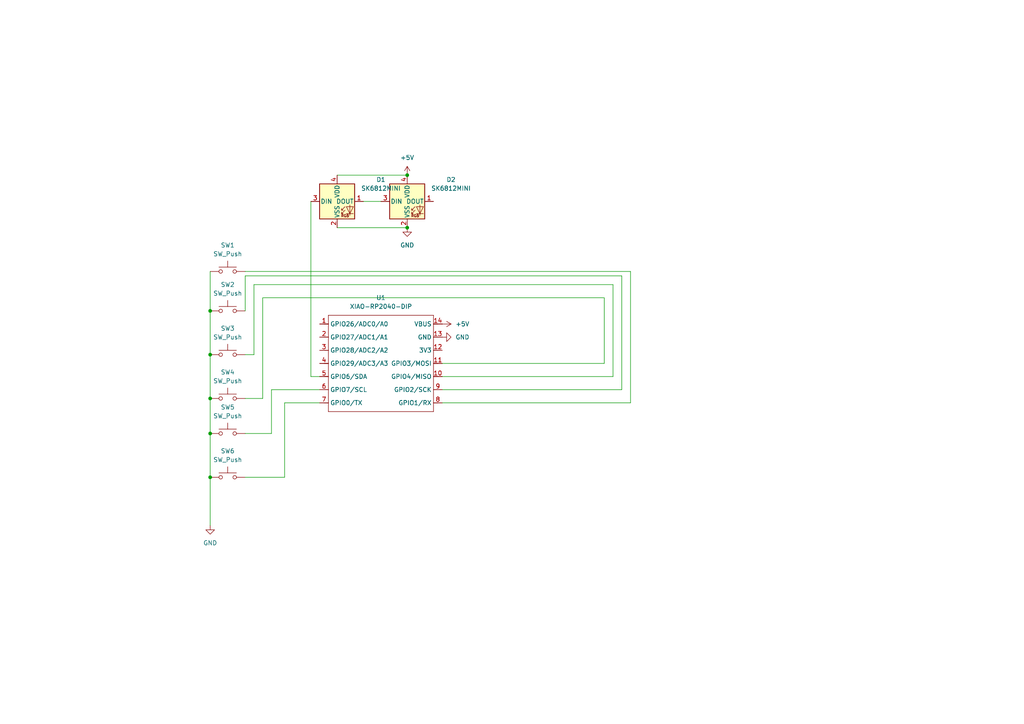
<source format=kicad_sch>
(kicad_sch
	(version 20231120)
	(generator "eeschema")
	(generator_version "8.0")
	(uuid "7e5971e1-0f6f-4a52-a6a0-7e096e16a535")
	(paper "A4")
	(lib_symbols
		(symbol "LED:SK6812MINI"
			(pin_names
				(offset 0.254)
			)
			(exclude_from_sim no)
			(in_bom yes)
			(on_board yes)
			(property "Reference" "D"
				(at 5.08 5.715 0)
				(effects
					(font
						(size 1.27 1.27)
					)
					(justify right bottom)
				)
			)
			(property "Value" "SK6812MINI"
				(at 1.27 -5.715 0)
				(effects
					(font
						(size 1.27 1.27)
					)
					(justify left top)
				)
			)
			(property "Footprint" "LED_SMD:LED_SK6812MINI_PLCC4_3.5x3.5mm_P1.75mm"
				(at 1.27 -7.62 0)
				(effects
					(font
						(size 1.27 1.27)
					)
					(justify left top)
					(hide yes)
				)
			)
			(property "Datasheet" "https://cdn-shop.adafruit.com/product-files/2686/SK6812MINI_REV.01-1-2.pdf"
				(at 2.54 -9.525 0)
				(effects
					(font
						(size 1.27 1.27)
					)
					(justify left top)
					(hide yes)
				)
			)
			(property "Description" "RGB LED with integrated controller"
				(at 0 0 0)
				(effects
					(font
						(size 1.27 1.27)
					)
					(hide yes)
				)
			)
			(property "ki_keywords" "RGB LED NeoPixel Mini addressable"
				(at 0 0 0)
				(effects
					(font
						(size 1.27 1.27)
					)
					(hide yes)
				)
			)
			(property "ki_fp_filters" "LED*SK6812MINI*PLCC*3.5x3.5mm*P1.75mm*"
				(at 0 0 0)
				(effects
					(font
						(size 1.27 1.27)
					)
					(hide yes)
				)
			)
			(symbol "SK6812MINI_0_0"
				(text "RGB"
					(at 2.286 -4.191 0)
					(effects
						(font
							(size 0.762 0.762)
						)
					)
				)
			)
			(symbol "SK6812MINI_0_1"
				(polyline
					(pts
						(xy 1.27 -3.556) (xy 1.778 -3.556)
					)
					(stroke
						(width 0)
						(type default)
					)
					(fill
						(type none)
					)
				)
				(polyline
					(pts
						(xy 1.27 -2.54) (xy 1.778 -2.54)
					)
					(stroke
						(width 0)
						(type default)
					)
					(fill
						(type none)
					)
				)
				(polyline
					(pts
						(xy 4.699 -3.556) (xy 2.667 -3.556)
					)
					(stroke
						(width 0)
						(type default)
					)
					(fill
						(type none)
					)
				)
				(polyline
					(pts
						(xy 2.286 -2.54) (xy 1.27 -3.556) (xy 1.27 -3.048)
					)
					(stroke
						(width 0)
						(type default)
					)
					(fill
						(type none)
					)
				)
				(polyline
					(pts
						(xy 2.286 -1.524) (xy 1.27 -2.54) (xy 1.27 -2.032)
					)
					(stroke
						(width 0)
						(type default)
					)
					(fill
						(type none)
					)
				)
				(polyline
					(pts
						(xy 3.683 -1.016) (xy 3.683 -3.556) (xy 3.683 -4.064)
					)
					(stroke
						(width 0)
						(type default)
					)
					(fill
						(type none)
					)
				)
				(polyline
					(pts
						(xy 4.699 -1.524) (xy 2.667 -1.524) (xy 3.683 -3.556) (xy 4.699 -1.524)
					)
					(stroke
						(width 0)
						(type default)
					)
					(fill
						(type none)
					)
				)
				(rectangle
					(start 5.08 5.08)
					(end -5.08 -5.08)
					(stroke
						(width 0.254)
						(type default)
					)
					(fill
						(type background)
					)
				)
			)
			(symbol "SK6812MINI_1_1"
				(pin output line
					(at 7.62 0 180)
					(length 2.54)
					(name "DOUT"
						(effects
							(font
								(size 1.27 1.27)
							)
						)
					)
					(number "1"
						(effects
							(font
								(size 1.27 1.27)
							)
						)
					)
				)
				(pin power_in line
					(at 0 -7.62 90)
					(length 2.54)
					(name "VSS"
						(effects
							(font
								(size 1.27 1.27)
							)
						)
					)
					(number "2"
						(effects
							(font
								(size 1.27 1.27)
							)
						)
					)
				)
				(pin input line
					(at -7.62 0 0)
					(length 2.54)
					(name "DIN"
						(effects
							(font
								(size 1.27 1.27)
							)
						)
					)
					(number "3"
						(effects
							(font
								(size 1.27 1.27)
							)
						)
					)
				)
				(pin power_in line
					(at 0 7.62 270)
					(length 2.54)
					(name "VDD"
						(effects
							(font
								(size 1.27 1.27)
							)
						)
					)
					(number "4"
						(effects
							(font
								(size 1.27 1.27)
							)
						)
					)
				)
			)
		)
		(symbol "OPL:XIAO-RP2040-DIP"
			(exclude_from_sim no)
			(in_bom yes)
			(on_board yes)
			(property "Reference" "U"
				(at 0 0 0)
				(effects
					(font
						(size 1.27 1.27)
					)
				)
			)
			(property "Value" "XIAO-RP2040-DIP"
				(at 5.334 -1.778 0)
				(effects
					(font
						(size 1.27 1.27)
					)
				)
			)
			(property "Footprint" "Module:MOUDLE14P-XIAO-DIP-SMD"
				(at 14.478 -32.258 0)
				(effects
					(font
						(size 1.27 1.27)
					)
					(hide yes)
				)
			)
			(property "Datasheet" ""
				(at 0 0 0)
				(effects
					(font
						(size 1.27 1.27)
					)
					(hide yes)
				)
			)
			(property "Description" ""
				(at 0 0 0)
				(effects
					(font
						(size 1.27 1.27)
					)
					(hide yes)
				)
			)
			(symbol "XIAO-RP2040-DIP_1_0"
				(polyline
					(pts
						(xy -1.27 -30.48) (xy -1.27 -16.51)
					)
					(stroke
						(width 0.1524)
						(type solid)
					)
					(fill
						(type none)
					)
				)
				(polyline
					(pts
						(xy -1.27 -27.94) (xy -2.54 -27.94)
					)
					(stroke
						(width 0.1524)
						(type solid)
					)
					(fill
						(type none)
					)
				)
				(polyline
					(pts
						(xy -1.27 -24.13) (xy -2.54 -24.13)
					)
					(stroke
						(width 0.1524)
						(type solid)
					)
					(fill
						(type none)
					)
				)
				(polyline
					(pts
						(xy -1.27 -20.32) (xy -2.54 -20.32)
					)
					(stroke
						(width 0.1524)
						(type solid)
					)
					(fill
						(type none)
					)
				)
				(polyline
					(pts
						(xy -1.27 -16.51) (xy -2.54 -16.51)
					)
					(stroke
						(width 0.1524)
						(type solid)
					)
					(fill
						(type none)
					)
				)
				(polyline
					(pts
						(xy -1.27 -16.51) (xy -1.27 -12.7)
					)
					(stroke
						(width 0.1524)
						(type solid)
					)
					(fill
						(type none)
					)
				)
				(polyline
					(pts
						(xy -1.27 -12.7) (xy -2.54 -12.7)
					)
					(stroke
						(width 0.1524)
						(type solid)
					)
					(fill
						(type none)
					)
				)
				(polyline
					(pts
						(xy -1.27 -12.7) (xy -1.27 -8.89)
					)
					(stroke
						(width 0.1524)
						(type solid)
					)
					(fill
						(type none)
					)
				)
				(polyline
					(pts
						(xy -1.27 -8.89) (xy -2.54 -8.89)
					)
					(stroke
						(width 0.1524)
						(type solid)
					)
					(fill
						(type none)
					)
				)
				(polyline
					(pts
						(xy -1.27 -8.89) (xy -1.27 -5.08)
					)
					(stroke
						(width 0.1524)
						(type solid)
					)
					(fill
						(type none)
					)
				)
				(polyline
					(pts
						(xy -1.27 -5.08) (xy -2.54 -5.08)
					)
					(stroke
						(width 0.1524)
						(type solid)
					)
					(fill
						(type none)
					)
				)
				(polyline
					(pts
						(xy -1.27 -5.08) (xy -1.27 -2.54)
					)
					(stroke
						(width 0.1524)
						(type solid)
					)
					(fill
						(type none)
					)
				)
				(polyline
					(pts
						(xy -1.27 -2.54) (xy 29.21 -2.54)
					)
					(stroke
						(width 0.1524)
						(type solid)
					)
					(fill
						(type none)
					)
				)
				(polyline
					(pts
						(xy 29.21 -30.48) (xy -1.27 -30.48)
					)
					(stroke
						(width 0.1524)
						(type solid)
					)
					(fill
						(type none)
					)
				)
				(polyline
					(pts
						(xy 29.21 -12.7) (xy 29.21 -30.48)
					)
					(stroke
						(width 0.1524)
						(type solid)
					)
					(fill
						(type none)
					)
				)
				(polyline
					(pts
						(xy 29.21 -8.89) (xy 29.21 -12.7)
					)
					(stroke
						(width 0.1524)
						(type solid)
					)
					(fill
						(type none)
					)
				)
				(polyline
					(pts
						(xy 29.21 -5.08) (xy 29.21 -8.89)
					)
					(stroke
						(width 0.1524)
						(type solid)
					)
					(fill
						(type none)
					)
				)
				(polyline
					(pts
						(xy 29.21 -2.54) (xy 29.21 -5.08)
					)
					(stroke
						(width 0.1524)
						(type solid)
					)
					(fill
						(type none)
					)
				)
				(polyline
					(pts
						(xy 30.48 -27.94) (xy 29.21 -27.94)
					)
					(stroke
						(width 0.1524)
						(type solid)
					)
					(fill
						(type none)
					)
				)
				(polyline
					(pts
						(xy 30.48 -24.13) (xy 29.21 -24.13)
					)
					(stroke
						(width 0.1524)
						(type solid)
					)
					(fill
						(type none)
					)
				)
				(polyline
					(pts
						(xy 30.48 -20.32) (xy 29.21 -20.32)
					)
					(stroke
						(width 0.1524)
						(type solid)
					)
					(fill
						(type none)
					)
				)
				(polyline
					(pts
						(xy 30.48 -16.51) (xy 29.21 -16.51)
					)
					(stroke
						(width 0.1524)
						(type solid)
					)
					(fill
						(type none)
					)
				)
				(polyline
					(pts
						(xy 30.48 -12.7) (xy 29.21 -12.7)
					)
					(stroke
						(width 0.1524)
						(type solid)
					)
					(fill
						(type none)
					)
				)
				(polyline
					(pts
						(xy 30.48 -8.89) (xy 29.21 -8.89)
					)
					(stroke
						(width 0.1524)
						(type solid)
					)
					(fill
						(type none)
					)
				)
				(polyline
					(pts
						(xy 30.48 -5.08) (xy 29.21 -5.08)
					)
					(stroke
						(width 0.1524)
						(type solid)
					)
					(fill
						(type none)
					)
				)
				(pin passive line
					(at -3.81 -5.08 0)
					(length 2.54)
					(name "GPIO26/ADC0/A0"
						(effects
							(font
								(size 1.27 1.27)
							)
						)
					)
					(number "1"
						(effects
							(font
								(size 1.27 1.27)
							)
						)
					)
				)
				(pin passive line
					(at 31.75 -20.32 180)
					(length 2.54)
					(name "GPIO4/MISO"
						(effects
							(font
								(size 1.27 1.27)
							)
						)
					)
					(number "10"
						(effects
							(font
								(size 1.27 1.27)
							)
						)
					)
				)
				(pin passive line
					(at 31.75 -16.51 180)
					(length 2.54)
					(name "GPIO3/MOSI"
						(effects
							(font
								(size 1.27 1.27)
							)
						)
					)
					(number "11"
						(effects
							(font
								(size 1.27 1.27)
							)
						)
					)
				)
				(pin passive line
					(at 31.75 -12.7 180)
					(length 2.54)
					(name "3V3"
						(effects
							(font
								(size 1.27 1.27)
							)
						)
					)
					(number "12"
						(effects
							(font
								(size 1.27 1.27)
							)
						)
					)
				)
				(pin passive line
					(at 31.75 -8.89 180)
					(length 2.54)
					(name "GND"
						(effects
							(font
								(size 1.27 1.27)
							)
						)
					)
					(number "13"
						(effects
							(font
								(size 1.27 1.27)
							)
						)
					)
				)
				(pin passive line
					(at 31.75 -5.08 180)
					(length 2.54)
					(name "VBUS"
						(effects
							(font
								(size 1.27 1.27)
							)
						)
					)
					(number "14"
						(effects
							(font
								(size 1.27 1.27)
							)
						)
					)
				)
				(pin passive line
					(at -3.81 -8.89 0)
					(length 2.54)
					(name "GPIO27/ADC1/A1"
						(effects
							(font
								(size 1.27 1.27)
							)
						)
					)
					(number "2"
						(effects
							(font
								(size 1.27 1.27)
							)
						)
					)
				)
				(pin passive line
					(at -3.81 -12.7 0)
					(length 2.54)
					(name "GPIO28/ADC2/A2"
						(effects
							(font
								(size 1.27 1.27)
							)
						)
					)
					(number "3"
						(effects
							(font
								(size 1.27 1.27)
							)
						)
					)
				)
				(pin passive line
					(at -3.81 -16.51 0)
					(length 2.54)
					(name "GPIO29/ADC3/A3"
						(effects
							(font
								(size 1.27 1.27)
							)
						)
					)
					(number "4"
						(effects
							(font
								(size 1.27 1.27)
							)
						)
					)
				)
				(pin passive line
					(at -3.81 -20.32 0)
					(length 2.54)
					(name "GPIO6/SDA"
						(effects
							(font
								(size 1.27 1.27)
							)
						)
					)
					(number "5"
						(effects
							(font
								(size 1.27 1.27)
							)
						)
					)
				)
				(pin passive line
					(at -3.81 -24.13 0)
					(length 2.54)
					(name "GPIO7/SCL"
						(effects
							(font
								(size 1.27 1.27)
							)
						)
					)
					(number "6"
						(effects
							(font
								(size 1.27 1.27)
							)
						)
					)
				)
				(pin passive line
					(at -3.81 -27.94 0)
					(length 2.54)
					(name "GPIO0/TX"
						(effects
							(font
								(size 1.27 1.27)
							)
						)
					)
					(number "7"
						(effects
							(font
								(size 1.27 1.27)
							)
						)
					)
				)
				(pin passive line
					(at 31.75 -27.94 180)
					(length 2.54)
					(name "GPIO1/RX"
						(effects
							(font
								(size 1.27 1.27)
							)
						)
					)
					(number "8"
						(effects
							(font
								(size 1.27 1.27)
							)
						)
					)
				)
				(pin passive line
					(at 31.75 -24.13 180)
					(length 2.54)
					(name "GPIO2/SCK"
						(effects
							(font
								(size 1.27 1.27)
							)
						)
					)
					(number "9"
						(effects
							(font
								(size 1.27 1.27)
							)
						)
					)
				)
			)
		)
		(symbol "Switch:SW_Push"
			(pin_numbers hide)
			(pin_names
				(offset 1.016) hide)
			(exclude_from_sim no)
			(in_bom yes)
			(on_board yes)
			(property "Reference" "SW"
				(at 1.27 2.54 0)
				(effects
					(font
						(size 1.27 1.27)
					)
					(justify left)
				)
			)
			(property "Value" "SW_Push"
				(at 0 -1.524 0)
				(effects
					(font
						(size 1.27 1.27)
					)
				)
			)
			(property "Footprint" ""
				(at 0 5.08 0)
				(effects
					(font
						(size 1.27 1.27)
					)
					(hide yes)
				)
			)
			(property "Datasheet" "~"
				(at 0 5.08 0)
				(effects
					(font
						(size 1.27 1.27)
					)
					(hide yes)
				)
			)
			(property "Description" "Push button switch, generic, two pins"
				(at 0 0 0)
				(effects
					(font
						(size 1.27 1.27)
					)
					(hide yes)
				)
			)
			(property "ki_keywords" "switch normally-open pushbutton push-button"
				(at 0 0 0)
				(effects
					(font
						(size 1.27 1.27)
					)
					(hide yes)
				)
			)
			(symbol "SW_Push_0_1"
				(circle
					(center -2.032 0)
					(radius 0.508)
					(stroke
						(width 0)
						(type default)
					)
					(fill
						(type none)
					)
				)
				(polyline
					(pts
						(xy 0 1.27) (xy 0 3.048)
					)
					(stroke
						(width 0)
						(type default)
					)
					(fill
						(type none)
					)
				)
				(polyline
					(pts
						(xy 2.54 1.27) (xy -2.54 1.27)
					)
					(stroke
						(width 0)
						(type default)
					)
					(fill
						(type none)
					)
				)
				(circle
					(center 2.032 0)
					(radius 0.508)
					(stroke
						(width 0)
						(type default)
					)
					(fill
						(type none)
					)
				)
				(pin passive line
					(at -5.08 0 0)
					(length 2.54)
					(name "1"
						(effects
							(font
								(size 1.27 1.27)
							)
						)
					)
					(number "1"
						(effects
							(font
								(size 1.27 1.27)
							)
						)
					)
				)
				(pin passive line
					(at 5.08 0 180)
					(length 2.54)
					(name "2"
						(effects
							(font
								(size 1.27 1.27)
							)
						)
					)
					(number "2"
						(effects
							(font
								(size 1.27 1.27)
							)
						)
					)
				)
			)
		)
		(symbol "power:+5V"
			(power)
			(pin_numbers hide)
			(pin_names
				(offset 0) hide)
			(exclude_from_sim no)
			(in_bom yes)
			(on_board yes)
			(property "Reference" "#PWR"
				(at 0 -3.81 0)
				(effects
					(font
						(size 1.27 1.27)
					)
					(hide yes)
				)
			)
			(property "Value" "+5V"
				(at 0 3.556 0)
				(effects
					(font
						(size 1.27 1.27)
					)
				)
			)
			(property "Footprint" ""
				(at 0 0 0)
				(effects
					(font
						(size 1.27 1.27)
					)
					(hide yes)
				)
			)
			(property "Datasheet" ""
				(at 0 0 0)
				(effects
					(font
						(size 1.27 1.27)
					)
					(hide yes)
				)
			)
			(property "Description" "Power symbol creates a global label with name \"+5V\""
				(at 0 0 0)
				(effects
					(font
						(size 1.27 1.27)
					)
					(hide yes)
				)
			)
			(property "ki_keywords" "global power"
				(at 0 0 0)
				(effects
					(font
						(size 1.27 1.27)
					)
					(hide yes)
				)
			)
			(symbol "+5V_0_1"
				(polyline
					(pts
						(xy -0.762 1.27) (xy 0 2.54)
					)
					(stroke
						(width 0)
						(type default)
					)
					(fill
						(type none)
					)
				)
				(polyline
					(pts
						(xy 0 0) (xy 0 2.54)
					)
					(stroke
						(width 0)
						(type default)
					)
					(fill
						(type none)
					)
				)
				(polyline
					(pts
						(xy 0 2.54) (xy 0.762 1.27)
					)
					(stroke
						(width 0)
						(type default)
					)
					(fill
						(type none)
					)
				)
			)
			(symbol "+5V_1_1"
				(pin power_in line
					(at 0 0 90)
					(length 0)
					(name "~"
						(effects
							(font
								(size 1.27 1.27)
							)
						)
					)
					(number "1"
						(effects
							(font
								(size 1.27 1.27)
							)
						)
					)
				)
			)
		)
		(symbol "power:GND"
			(power)
			(pin_numbers hide)
			(pin_names
				(offset 0) hide)
			(exclude_from_sim no)
			(in_bom yes)
			(on_board yes)
			(property "Reference" "#PWR"
				(at 0 -6.35 0)
				(effects
					(font
						(size 1.27 1.27)
					)
					(hide yes)
				)
			)
			(property "Value" "GND"
				(at 0 -3.81 0)
				(effects
					(font
						(size 1.27 1.27)
					)
				)
			)
			(property "Footprint" ""
				(at 0 0 0)
				(effects
					(font
						(size 1.27 1.27)
					)
					(hide yes)
				)
			)
			(property "Datasheet" ""
				(at 0 0 0)
				(effects
					(font
						(size 1.27 1.27)
					)
					(hide yes)
				)
			)
			(property "Description" "Power symbol creates a global label with name \"GND\" , ground"
				(at 0 0 0)
				(effects
					(font
						(size 1.27 1.27)
					)
					(hide yes)
				)
			)
			(property "ki_keywords" "global power"
				(at 0 0 0)
				(effects
					(font
						(size 1.27 1.27)
					)
					(hide yes)
				)
			)
			(symbol "GND_0_1"
				(polyline
					(pts
						(xy 0 0) (xy 0 -1.27) (xy 1.27 -1.27) (xy 0 -2.54) (xy -1.27 -1.27) (xy 0 -1.27)
					)
					(stroke
						(width 0)
						(type default)
					)
					(fill
						(type none)
					)
				)
			)
			(symbol "GND_1_1"
				(pin power_in line
					(at 0 0 270)
					(length 0)
					(name "~"
						(effects
							(font
								(size 1.27 1.27)
							)
						)
					)
					(number "1"
						(effects
							(font
								(size 1.27 1.27)
							)
						)
					)
				)
			)
		)
	)
	(junction
		(at 60.96 90.17)
		(diameter 0)
		(color 0 0 0 0)
		(uuid "0530dd91-71b8-4dc6-8242-f39ea201ed24")
	)
	(junction
		(at 60.96 115.57)
		(diameter 0)
		(color 0 0 0 0)
		(uuid "3807a54b-1ab0-4689-b2c6-bb6108004537")
	)
	(junction
		(at 118.11 50.8)
		(diameter 0)
		(color 0 0 0 0)
		(uuid "90031e89-f793-487d-a9a4-f2a2a23b0029")
	)
	(junction
		(at 60.96 125.73)
		(diameter 0)
		(color 0 0 0 0)
		(uuid "99bd344e-fc1e-48d4-839c-b8b404d85ef7")
	)
	(junction
		(at 118.11 66.04)
		(diameter 0)
		(color 0 0 0 0)
		(uuid "9c71672d-a29f-4e03-8111-b140ab662712")
	)
	(junction
		(at 60.96 138.43)
		(diameter 0)
		(color 0 0 0 0)
		(uuid "d6f187fa-4acc-45b5-9d89-72f2eebbb7d4")
	)
	(junction
		(at 60.96 102.87)
		(diameter 0)
		(color 0 0 0 0)
		(uuid "d7948b31-48a4-4216-b536-ea1499942877")
	)
	(wire
		(pts
			(xy 71.12 138.43) (xy 82.55 138.43)
		)
		(stroke
			(width 0)
			(type default)
		)
		(uuid "01bd1643-6116-45a8-9b29-991518bbebe5")
	)
	(wire
		(pts
			(xy 82.55 116.84) (xy 92.71 116.84)
		)
		(stroke
			(width 0)
			(type default)
		)
		(uuid "062705e6-065d-45a2-a2df-508421817624")
	)
	(wire
		(pts
			(xy 175.26 105.41) (xy 128.27 105.41)
		)
		(stroke
			(width 0)
			(type default)
		)
		(uuid "0951d850-cfd7-4c50-a936-e024e4a24012")
	)
	(wire
		(pts
			(xy 60.96 115.57) (xy 60.96 125.73)
		)
		(stroke
			(width 0)
			(type default)
		)
		(uuid "0fcf38bb-4c01-4e83-82ff-007a24a3ac52")
	)
	(wire
		(pts
			(xy 76.2 115.57) (xy 76.2 86.36)
		)
		(stroke
			(width 0)
			(type default)
		)
		(uuid "109c1c93-7c0b-4b31-bf56-12775b883cc0")
	)
	(wire
		(pts
			(xy 71.12 78.74) (xy 182.88 78.74)
		)
		(stroke
			(width 0)
			(type default)
		)
		(uuid "177228c1-8629-4e2f-ae5a-e520cfda639b")
	)
	(wire
		(pts
			(xy 73.66 102.87) (xy 73.66 82.55)
		)
		(stroke
			(width 0)
			(type default)
		)
		(uuid "1ae74229-aeb8-4f21-a204-fd14d04c7352")
	)
	(wire
		(pts
			(xy 71.12 90.17) (xy 71.12 80.01)
		)
		(stroke
			(width 0)
			(type default)
		)
		(uuid "1b7b8cef-03d2-47d4-acf8-27b076b329d2")
	)
	(wire
		(pts
			(xy 97.79 50.8) (xy 118.11 50.8)
		)
		(stroke
			(width 0)
			(type default)
		)
		(uuid "1f7c5459-5463-4ddd-bea3-f491e4d03b63")
	)
	(wire
		(pts
			(xy 177.8 82.55) (xy 177.8 109.22)
		)
		(stroke
			(width 0)
			(type default)
		)
		(uuid "277e384f-024a-4e14-a64e-1b560b1faa84")
	)
	(wire
		(pts
			(xy 90.17 109.22) (xy 90.17 58.42)
		)
		(stroke
			(width 0)
			(type default)
		)
		(uuid "3b832ff0-31ef-40bb-b83c-4e2c4e983574")
	)
	(wire
		(pts
			(xy 60.96 125.73) (xy 60.96 138.43)
		)
		(stroke
			(width 0)
			(type default)
		)
		(uuid "462c3803-424e-47dd-89a0-b9961625bb2d")
	)
	(wire
		(pts
			(xy 78.74 125.73) (xy 78.74 113.03)
		)
		(stroke
			(width 0)
			(type default)
		)
		(uuid "4b9c80ab-ef3c-40af-a165-ae198f07b68b")
	)
	(wire
		(pts
			(xy 128.27 109.22) (xy 177.8 109.22)
		)
		(stroke
			(width 0)
			(type default)
		)
		(uuid "4efe5a03-dc2c-46fc-afe9-b5c58d574315")
	)
	(wire
		(pts
			(xy 105.41 58.42) (xy 110.49 58.42)
		)
		(stroke
			(width 0)
			(type default)
		)
		(uuid "5c2627c7-8c11-47bc-8056-c66595845a03")
	)
	(wire
		(pts
			(xy 180.34 113.03) (xy 128.27 113.03)
		)
		(stroke
			(width 0)
			(type default)
		)
		(uuid "680b6f8a-8dd6-48c4-8252-dff136cde76f")
	)
	(wire
		(pts
			(xy 182.88 116.84) (xy 128.27 116.84)
		)
		(stroke
			(width 0)
			(type default)
		)
		(uuid "6c522254-53bc-49e0-a2f9-2df0aada7f5f")
	)
	(wire
		(pts
			(xy 92.71 109.22) (xy 90.17 109.22)
		)
		(stroke
			(width 0)
			(type default)
		)
		(uuid "72bb4d0f-6277-4c00-9b27-0c6863a370f0")
	)
	(wire
		(pts
			(xy 182.88 78.74) (xy 182.88 116.84)
		)
		(stroke
			(width 0)
			(type default)
		)
		(uuid "82b11aeb-f2c2-44a4-aa3f-c899604a9e2e")
	)
	(wire
		(pts
			(xy 60.96 102.87) (xy 60.96 115.57)
		)
		(stroke
			(width 0)
			(type default)
		)
		(uuid "834d1a00-17bc-4d79-920b-d9085a9f3308")
	)
	(wire
		(pts
			(xy 60.96 152.4) (xy 60.96 138.43)
		)
		(stroke
			(width 0)
			(type default)
		)
		(uuid "935a1433-666f-494b-b366-2c6a9fa63097")
	)
	(wire
		(pts
			(xy 71.12 115.57) (xy 76.2 115.57)
		)
		(stroke
			(width 0)
			(type default)
		)
		(uuid "986837c9-7e04-42a7-8348-a5a4c04f645d")
	)
	(wire
		(pts
			(xy 180.34 80.01) (xy 180.34 113.03)
		)
		(stroke
			(width 0)
			(type default)
		)
		(uuid "a8fce495-ad73-4ff0-a7e8-8389e274d2de")
	)
	(wire
		(pts
			(xy 71.12 80.01) (xy 180.34 80.01)
		)
		(stroke
			(width 0)
			(type default)
		)
		(uuid "ba12e99d-44ec-44bc-9b8d-09660f0e5aaf")
	)
	(wire
		(pts
			(xy 175.26 86.36) (xy 175.26 105.41)
		)
		(stroke
			(width 0)
			(type default)
		)
		(uuid "c45b04c7-c799-4f13-b2ab-d08fdd4a967e")
	)
	(wire
		(pts
			(xy 82.55 138.43) (xy 82.55 116.84)
		)
		(stroke
			(width 0)
			(type default)
		)
		(uuid "ccb330db-9721-4af5-85dc-703e9ca3bef7")
	)
	(wire
		(pts
			(xy 73.66 82.55) (xy 177.8 82.55)
		)
		(stroke
			(width 0)
			(type default)
		)
		(uuid "cdb33de4-581f-43a8-b62f-88aebd946fd5")
	)
	(wire
		(pts
			(xy 76.2 86.36) (xy 175.26 86.36)
		)
		(stroke
			(width 0)
			(type default)
		)
		(uuid "ce609da9-24f1-4a68-9450-091721982d52")
	)
	(wire
		(pts
			(xy 71.12 102.87) (xy 73.66 102.87)
		)
		(stroke
			(width 0)
			(type default)
		)
		(uuid "cedf0195-8e16-42e1-a8a0-151539102647")
	)
	(wire
		(pts
			(xy 60.96 78.74) (xy 60.96 90.17)
		)
		(stroke
			(width 0)
			(type default)
		)
		(uuid "d98e02a5-4dad-4442-9bc5-e45b9f416e81")
	)
	(wire
		(pts
			(xy 71.12 125.73) (xy 78.74 125.73)
		)
		(stroke
			(width 0)
			(type default)
		)
		(uuid "d99daca4-4da9-4f7b-89e2-4e6624e96d08")
	)
	(wire
		(pts
			(xy 78.74 113.03) (xy 92.71 113.03)
		)
		(stroke
			(width 0)
			(type default)
		)
		(uuid "eb1ac47e-38d1-44e3-99ec-4ea4b3e0061b")
	)
	(wire
		(pts
			(xy 60.96 90.17) (xy 60.96 102.87)
		)
		(stroke
			(width 0)
			(type default)
		)
		(uuid "f7277b0d-bb00-47c7-b721-4da9a484f278")
	)
	(wire
		(pts
			(xy 97.79 66.04) (xy 118.11 66.04)
		)
		(stroke
			(width 0)
			(type default)
		)
		(uuid "f74f11cd-e30f-4936-b58b-9f8804d77075")
	)
	(symbol
		(lib_id "Switch:SW_Push")
		(at 66.04 115.57 0)
		(unit 1)
		(exclude_from_sim no)
		(in_bom yes)
		(on_board yes)
		(dnp no)
		(fields_autoplaced yes)
		(uuid "14de0934-a5ee-4f92-92b0-c3f3c4065984")
		(property "Reference" "SW4"
			(at 66.04 107.95 0)
			(effects
				(font
					(size 1.27 1.27)
				)
			)
		)
		(property "Value" "SW_Push"
			(at 66.04 110.49 0)
			(effects
				(font
					(size 1.27 1.27)
				)
			)
		)
		(property "Footprint" "Macropad:SW_Cherry_MX_1.00u_PCB"
			(at 66.04 110.49 0)
			(effects
				(font
					(size 1.27 1.27)
				)
				(hide yes)
			)
		)
		(property "Datasheet" "~"
			(at 66.04 110.49 0)
			(effects
				(font
					(size 1.27 1.27)
				)
				(hide yes)
			)
		)
		(property "Description" "Push button switch, generic, two pins"
			(at 66.04 115.57 0)
			(effects
				(font
					(size 1.27 1.27)
				)
				(hide yes)
			)
		)
		(pin "2"
			(uuid "fd7a9e9a-5769-49c3-b056-417e55ce9c74")
		)
		(pin "1"
			(uuid "35f482a5-908b-4857-8d42-254d463e14d1")
		)
		(instances
			(project ""
				(path "/7e5971e1-0f6f-4a52-a6a0-7e096e16a535"
					(reference "SW4")
					(unit 1)
				)
			)
		)
	)
	(symbol
		(lib_id "LED:SK6812MINI")
		(at 97.79 58.42 0)
		(unit 1)
		(exclude_from_sim no)
		(in_bom yes)
		(on_board yes)
		(dnp no)
		(fields_autoplaced yes)
		(uuid "187bb7e4-fedb-481a-8537-a3d179e8475a")
		(property "Reference" "D1"
			(at 110.49 52.1014 0)
			(effects
				(font
					(size 1.27 1.27)
				)
			)
		)
		(property "Value" "SK6812MINI"
			(at 110.49 54.6414 0)
			(effects
				(font
					(size 1.27 1.27)
				)
			)
		)
		(property "Footprint" "Macropad:LED_SK6812MINI_PLCC4_3.5x3.5mm_P1.75mm"
			(at 99.06 66.04 0)
			(effects
				(font
					(size 1.27 1.27)
				)
				(justify left top)
				(hide yes)
			)
		)
		(property "Datasheet" "https://cdn-shop.adafruit.com/product-files/2686/SK6812MINI_REV.01-1-2.pdf"
			(at 100.33 67.945 0)
			(effects
				(font
					(size 1.27 1.27)
				)
				(justify left top)
				(hide yes)
			)
		)
		(property "Description" "RGB LED with integrated controller"
			(at 97.79 58.42 0)
			(effects
				(font
					(size 1.27 1.27)
				)
				(hide yes)
			)
		)
		(pin "1"
			(uuid "cc22bfdb-9090-4fef-aeb0-1d3407545a86")
		)
		(pin "4"
			(uuid "80e06283-2b82-43d7-91b2-ad86ebe39454")
		)
		(pin "2"
			(uuid "3ef4f7fe-f283-4343-8636-0863ca8f7f09")
		)
		(pin "3"
			(uuid "59c2444e-f4a9-41f1-b855-b7a018c2e33e")
		)
		(instances
			(project ""
				(path "/7e5971e1-0f6f-4a52-a6a0-7e096e16a535"
					(reference "D1")
					(unit 1)
				)
			)
		)
	)
	(symbol
		(lib_id "Switch:SW_Push")
		(at 66.04 102.87 0)
		(unit 1)
		(exclude_from_sim no)
		(in_bom yes)
		(on_board yes)
		(dnp no)
		(fields_autoplaced yes)
		(uuid "1e95b40b-c3a9-4d9e-b7a9-8375a6b22029")
		(property "Reference" "SW3"
			(at 66.04 95.25 0)
			(effects
				(font
					(size 1.27 1.27)
				)
			)
		)
		(property "Value" "SW_Push"
			(at 66.04 97.79 0)
			(effects
				(font
					(size 1.27 1.27)
				)
			)
		)
		(property "Footprint" "Macropad:SW_Cherry_MX_1.00u_PCB"
			(at 66.04 97.79 0)
			(effects
				(font
					(size 1.27 1.27)
				)
				(hide yes)
			)
		)
		(property "Datasheet" "~"
			(at 66.04 97.79 0)
			(effects
				(font
					(size 1.27 1.27)
				)
				(hide yes)
			)
		)
		(property "Description" "Push button switch, generic, two pins"
			(at 66.04 102.87 0)
			(effects
				(font
					(size 1.27 1.27)
				)
				(hide yes)
			)
		)
		(pin "2"
			(uuid "d039a5b3-35ef-4fe8-8023-be44e78a7953")
		)
		(pin "1"
			(uuid "2dadd518-91b7-4997-bd98-53acba037d75")
		)
		(instances
			(project ""
				(path "/7e5971e1-0f6f-4a52-a6a0-7e096e16a535"
					(reference "SW3")
					(unit 1)
				)
			)
		)
	)
	(symbol
		(lib_id "power:GND")
		(at 128.27 97.79 90)
		(unit 1)
		(exclude_from_sim no)
		(in_bom yes)
		(on_board yes)
		(dnp no)
		(fields_autoplaced yes)
		(uuid "2f83ce01-54c2-4aca-8715-64ba03e86b61")
		(property "Reference" "#PWR04"
			(at 134.62 97.79 0)
			(effects
				(font
					(size 1.27 1.27)
				)
				(hide yes)
			)
		)
		(property "Value" "GND"
			(at 132.08 97.7899 90)
			(effects
				(font
					(size 1.27 1.27)
				)
				(justify right)
			)
		)
		(property "Footprint" ""
			(at 128.27 97.79 0)
			(effects
				(font
					(size 1.27 1.27)
				)
				(hide yes)
			)
		)
		(property "Datasheet" ""
			(at 128.27 97.79 0)
			(effects
				(font
					(size 1.27 1.27)
				)
				(hide yes)
			)
		)
		(property "Description" "Power symbol creates a global label with name \"GND\" , ground"
			(at 128.27 97.79 0)
			(effects
				(font
					(size 1.27 1.27)
				)
				(hide yes)
			)
		)
		(pin "1"
			(uuid "5981cfff-df8c-44cb-b25f-642c9e0f78ac")
		)
		(instances
			(project ""
				(path "/7e5971e1-0f6f-4a52-a6a0-7e096e16a535"
					(reference "#PWR04")
					(unit 1)
				)
			)
		)
	)
	(symbol
		(lib_id "power:GND")
		(at 118.11 66.04 0)
		(unit 1)
		(exclude_from_sim no)
		(in_bom yes)
		(on_board yes)
		(dnp no)
		(fields_autoplaced yes)
		(uuid "3310b960-7192-4687-8915-80b3d5a3b1ef")
		(property "Reference" "#PWR02"
			(at 118.11 72.39 0)
			(effects
				(font
					(size 1.27 1.27)
				)
				(hide yes)
			)
		)
		(property "Value" "GND"
			(at 118.11 71.12 0)
			(effects
				(font
					(size 1.27 1.27)
				)
			)
		)
		(property "Footprint" ""
			(at 118.11 66.04 0)
			(effects
				(font
					(size 1.27 1.27)
				)
				(hide yes)
			)
		)
		(property "Datasheet" ""
			(at 118.11 66.04 0)
			(effects
				(font
					(size 1.27 1.27)
				)
				(hide yes)
			)
		)
		(property "Description" "Power symbol creates a global label with name \"GND\" , ground"
			(at 118.11 66.04 0)
			(effects
				(font
					(size 1.27 1.27)
				)
				(hide yes)
			)
		)
		(pin "1"
			(uuid "3801a63f-0208-4a86-9337-ede5cf393a05")
		)
		(instances
			(project ""
				(path "/7e5971e1-0f6f-4a52-a6a0-7e096e16a535"
					(reference "#PWR02")
					(unit 1)
				)
			)
		)
	)
	(symbol
		(lib_id "Switch:SW_Push")
		(at 66.04 78.74 0)
		(mirror y)
		(unit 1)
		(exclude_from_sim no)
		(in_bom yes)
		(on_board yes)
		(dnp no)
		(uuid "4244be8e-99b1-4a8c-b553-75ed0b530dd6")
		(property "Reference" "SW1"
			(at 66.04 71.12 0)
			(effects
				(font
					(size 1.27 1.27)
				)
			)
		)
		(property "Value" "SW_Push"
			(at 66.04 73.66 0)
			(effects
				(font
					(size 1.27 1.27)
				)
			)
		)
		(property "Footprint" "Macropad:SW_Cherry_MX_1.00u_PCB"
			(at 66.04 73.66 0)
			(effects
				(font
					(size 1.27 1.27)
				)
				(hide yes)
			)
		)
		(property "Datasheet" "~"
			(at 66.04 73.66 0)
			(effects
				(font
					(size 1.27 1.27)
				)
				(hide yes)
			)
		)
		(property "Description" "Push button switch, generic, two pins"
			(at 66.04 78.74 0)
			(effects
				(font
					(size 1.27 1.27)
				)
				(hide yes)
			)
		)
		(pin "1"
			(uuid "d688282e-649d-4155-8671-9629c0b40bac")
		)
		(pin "2"
			(uuid "90a3e71c-210f-47ca-820c-000c85443e9e")
		)
		(instances
			(project ""
				(path "/7e5971e1-0f6f-4a52-a6a0-7e096e16a535"
					(reference "SW1")
					(unit 1)
				)
			)
		)
	)
	(symbol
		(lib_id "Switch:SW_Push")
		(at 66.04 138.43 0)
		(unit 1)
		(exclude_from_sim no)
		(in_bom yes)
		(on_board yes)
		(dnp no)
		(fields_autoplaced yes)
		(uuid "5bb5cdd8-7fc1-4241-840c-dee3aad9baa2")
		(property "Reference" "SW6"
			(at 66.04 130.81 0)
			(effects
				(font
					(size 1.27 1.27)
				)
			)
		)
		(property "Value" "SW_Push"
			(at 66.04 133.35 0)
			(effects
				(font
					(size 1.27 1.27)
				)
			)
		)
		(property "Footprint" "Macropad:SW_Cherry_MX_1.00u_PCB"
			(at 66.04 133.35 0)
			(effects
				(font
					(size 1.27 1.27)
				)
				(hide yes)
			)
		)
		(property "Datasheet" "~"
			(at 66.04 133.35 0)
			(effects
				(font
					(size 1.27 1.27)
				)
				(hide yes)
			)
		)
		(property "Description" "Push button switch, generic, two pins"
			(at 66.04 138.43 0)
			(effects
				(font
					(size 1.27 1.27)
				)
				(hide yes)
			)
		)
		(pin "2"
			(uuid "441b0b1a-9b9b-4bd2-a960-59741ade7d22")
		)
		(pin "1"
			(uuid "e1d99b80-e63c-4a1a-82f9-293a07af292f")
		)
		(instances
			(project ""
				(path "/7e5971e1-0f6f-4a52-a6a0-7e096e16a535"
					(reference "SW6")
					(unit 1)
				)
			)
		)
	)
	(symbol
		(lib_id "power:+5V")
		(at 128.27 93.98 270)
		(unit 1)
		(exclude_from_sim no)
		(in_bom yes)
		(on_board yes)
		(dnp no)
		(fields_autoplaced yes)
		(uuid "5d2bc168-c5b0-4eca-805a-07085bd1e680")
		(property "Reference" "#PWR05"
			(at 124.46 93.98 0)
			(effects
				(font
					(size 1.27 1.27)
				)
				(hide yes)
			)
		)
		(property "Value" "+5V"
			(at 132.08 93.9799 90)
			(effects
				(font
					(size 1.27 1.27)
				)
				(justify left)
			)
		)
		(property "Footprint" ""
			(at 128.27 93.98 0)
			(effects
				(font
					(size 1.27 1.27)
				)
				(hide yes)
			)
		)
		(property "Datasheet" ""
			(at 128.27 93.98 0)
			(effects
				(font
					(size 1.27 1.27)
				)
				(hide yes)
			)
		)
		(property "Description" "Power symbol creates a global label with name \"+5V\""
			(at 128.27 93.98 0)
			(effects
				(font
					(size 1.27 1.27)
				)
				(hide yes)
			)
		)
		(pin "1"
			(uuid "5130d565-6328-4250-b176-6fd8137e2297")
		)
		(instances
			(project ""
				(path "/7e5971e1-0f6f-4a52-a6a0-7e096e16a535"
					(reference "#PWR05")
					(unit 1)
				)
			)
		)
	)
	(symbol
		(lib_id "OPL:XIAO-RP2040-DIP")
		(at 96.52 88.9 0)
		(unit 1)
		(exclude_from_sim no)
		(in_bom yes)
		(on_board yes)
		(dnp no)
		(fields_autoplaced yes)
		(uuid "8cdc62f2-d27e-4b6a-9324-bd91b924c4cb")
		(property "Reference" "U1"
			(at 110.49 86.36 0)
			(effects
				(font
					(size 1.27 1.27)
				)
			)
		)
		(property "Value" "XIAO-RP2040-DIP"
			(at 110.49 88.9 0)
			(effects
				(font
					(size 1.27 1.27)
				)
			)
		)
		(property "Footprint" "Macropad:XIAO-RP2040-DIP"
			(at 110.998 121.158 0)
			(effects
				(font
					(size 1.27 1.27)
				)
				(hide yes)
			)
		)
		(property "Datasheet" ""
			(at 96.52 88.9 0)
			(effects
				(font
					(size 1.27 1.27)
				)
				(hide yes)
			)
		)
		(property "Description" ""
			(at 96.52 88.9 0)
			(effects
				(font
					(size 1.27 1.27)
				)
				(hide yes)
			)
		)
		(pin "1"
			(uuid "4725af6f-1002-47b8-ba3c-5cb8904fc002")
		)
		(pin "10"
			(uuid "9fd60393-88c5-465d-8c91-35a4fb26055b")
		)
		(pin "13"
			(uuid "7298f326-14dd-4446-9be3-1ef912222d48")
		)
		(pin "5"
			(uuid "ea28c2f1-56b2-4490-9898-9849f5a06f74")
		)
		(pin "7"
			(uuid "aa579488-f9fe-48dc-9946-9f1bebf7d793")
		)
		(pin "3"
			(uuid "46796fae-6e4f-4477-a76f-fbc734e595a9")
		)
		(pin "9"
			(uuid "e23c4903-17e8-4d04-ad8f-0fb75dfe3cb1")
		)
		(pin "11"
			(uuid "5e44a9af-8adf-473a-830d-ef84fdf50441")
		)
		(pin "6"
			(uuid "62a2d56c-47b1-449d-8690-c7d3b258cb3b")
		)
		(pin "12"
			(uuid "236f2080-43a0-46c1-a116-9fdba2632507")
		)
		(pin "2"
			(uuid "e06f7a57-566b-401c-804b-babe3b30ef36")
		)
		(pin "4"
			(uuid "3a204c30-8743-42f3-8876-5f144c297e43")
		)
		(pin "8"
			(uuid "3a6f1cad-1064-457b-8daf-30f3c23b9989")
		)
		(pin "14"
			(uuid "f602aa63-f8d7-43f3-a5dd-1a27cd974eec")
		)
		(instances
			(project ""
				(path "/7e5971e1-0f6f-4a52-a6a0-7e096e16a535"
					(reference "U1")
					(unit 1)
				)
			)
		)
	)
	(symbol
		(lib_id "power:+5V")
		(at 118.11 50.8 0)
		(unit 1)
		(exclude_from_sim no)
		(in_bom yes)
		(on_board yes)
		(dnp no)
		(fields_autoplaced yes)
		(uuid "95346c01-cd33-46ad-82ce-592d4e2aded9")
		(property "Reference" "#PWR03"
			(at 118.11 54.61 0)
			(effects
				(font
					(size 1.27 1.27)
				)
				(hide yes)
			)
		)
		(property "Value" "+5V"
			(at 118.11 45.72 0)
			(effects
				(font
					(size 1.27 1.27)
				)
			)
		)
		(property "Footprint" ""
			(at 118.11 50.8 0)
			(effects
				(font
					(size 1.27 1.27)
				)
				(hide yes)
			)
		)
		(property "Datasheet" ""
			(at 118.11 50.8 0)
			(effects
				(font
					(size 1.27 1.27)
				)
				(hide yes)
			)
		)
		(property "Description" "Power symbol creates a global label with name \"+5V\""
			(at 118.11 50.8 0)
			(effects
				(font
					(size 1.27 1.27)
				)
				(hide yes)
			)
		)
		(pin "1"
			(uuid "4794d350-910f-4c04-a747-c9181319c729")
		)
		(instances
			(project ""
				(path "/7e5971e1-0f6f-4a52-a6a0-7e096e16a535"
					(reference "#PWR03")
					(unit 1)
				)
			)
		)
	)
	(symbol
		(lib_id "Switch:SW_Push")
		(at 66.04 125.73 0)
		(unit 1)
		(exclude_from_sim no)
		(in_bom yes)
		(on_board yes)
		(dnp no)
		(fields_autoplaced yes)
		(uuid "b8767bfe-0cda-44fb-bf25-19ae0e3e0c90")
		(property "Reference" "SW5"
			(at 66.04 118.11 0)
			(effects
				(font
					(size 1.27 1.27)
				)
			)
		)
		(property "Value" "SW_Push"
			(at 66.04 120.65 0)
			(effects
				(font
					(size 1.27 1.27)
				)
			)
		)
		(property "Footprint" "Macropad:SW_Cherry_MX_1.00u_PCB"
			(at 66.04 120.65 0)
			(effects
				(font
					(size 1.27 1.27)
				)
				(hide yes)
			)
		)
		(property "Datasheet" "~"
			(at 66.04 120.65 0)
			(effects
				(font
					(size 1.27 1.27)
				)
				(hide yes)
			)
		)
		(property "Description" "Push button switch, generic, two pins"
			(at 66.04 125.73 0)
			(effects
				(font
					(size 1.27 1.27)
				)
				(hide yes)
			)
		)
		(pin "1"
			(uuid "20e12725-7bc6-4cd3-9696-49bdd9fbbddc")
		)
		(pin "2"
			(uuid "a2ab1fa7-2961-4358-ae89-3ca4707286a7")
		)
		(instances
			(project ""
				(path "/7e5971e1-0f6f-4a52-a6a0-7e096e16a535"
					(reference "SW5")
					(unit 1)
				)
			)
		)
	)
	(symbol
		(lib_id "Switch:SW_Push")
		(at 66.04 90.17 0)
		(unit 1)
		(exclude_from_sim no)
		(in_bom yes)
		(on_board yes)
		(dnp no)
		(fields_autoplaced yes)
		(uuid "b9b95009-5303-42db-9464-24d1d25b0793")
		(property "Reference" "SW2"
			(at 66.04 82.55 0)
			(effects
				(font
					(size 1.27 1.27)
				)
			)
		)
		(property "Value" "SW_Push"
			(at 66.04 85.09 0)
			(effects
				(font
					(size 1.27 1.27)
				)
			)
		)
		(property "Footprint" "Macropad:SW_Cherry_MX_1.00u_PCB"
			(at 66.04 85.09 0)
			(effects
				(font
					(size 1.27 1.27)
				)
				(hide yes)
			)
		)
		(property "Datasheet" "~"
			(at 66.04 85.09 0)
			(effects
				(font
					(size 1.27 1.27)
				)
				(hide yes)
			)
		)
		(property "Description" "Push button switch, generic, two pins"
			(at 66.04 90.17 0)
			(effects
				(font
					(size 1.27 1.27)
				)
				(hide yes)
			)
		)
		(pin "1"
			(uuid "d7bd2fdf-2b4c-4da2-9521-5db0f2f65632")
		)
		(pin "2"
			(uuid "39feaf30-7c60-406b-98d1-4f5cdd7426a5")
		)
		(instances
			(project ""
				(path "/7e5971e1-0f6f-4a52-a6a0-7e096e16a535"
					(reference "SW2")
					(unit 1)
				)
			)
		)
	)
	(symbol
		(lib_id "LED:SK6812MINI")
		(at 118.11 58.42 0)
		(unit 1)
		(exclude_from_sim no)
		(in_bom yes)
		(on_board yes)
		(dnp no)
		(fields_autoplaced yes)
		(uuid "d39f60ec-1acb-44ac-b9c2-7a7ae8b7d40a")
		(property "Reference" "D2"
			(at 130.81 52.1014 0)
			(effects
				(font
					(size 1.27 1.27)
				)
			)
		)
		(property "Value" "SK6812MINI"
			(at 130.81 54.6414 0)
			(effects
				(font
					(size 1.27 1.27)
				)
			)
		)
		(property "Footprint" "Macropad:LED_SK6812MINI_PLCC4_3.5x3.5mm_P1.75mm"
			(at 119.38 66.04 0)
			(effects
				(font
					(size 1.27 1.27)
				)
				(justify left top)
				(hide yes)
			)
		)
		(property "Datasheet" "https://cdn-shop.adafruit.com/product-files/2686/SK6812MINI_REV.01-1-2.pdf"
			(at 120.65 67.945 0)
			(effects
				(font
					(size 1.27 1.27)
				)
				(justify left top)
				(hide yes)
			)
		)
		(property "Description" "RGB LED with integrated controller"
			(at 118.11 58.42 0)
			(effects
				(font
					(size 1.27 1.27)
				)
				(hide yes)
			)
		)
		(pin "2"
			(uuid "01a25874-a967-4021-a58f-463d857a2405")
		)
		(pin "3"
			(uuid "9a05edad-d4cb-4725-9651-ce77a29a5d43")
		)
		(pin "1"
			(uuid "2d0c44d2-b782-44bc-b159-783d8465e92a")
		)
		(pin "4"
			(uuid "555a390e-207e-4535-b371-ea6f2e9adab6")
		)
		(instances
			(project ""
				(path "/7e5971e1-0f6f-4a52-a6a0-7e096e16a535"
					(reference "D2")
					(unit 1)
				)
			)
		)
	)
	(symbol
		(lib_id "power:GND")
		(at 60.96 152.4 0)
		(unit 1)
		(exclude_from_sim no)
		(in_bom yes)
		(on_board yes)
		(dnp no)
		(fields_autoplaced yes)
		(uuid "ddf30103-f786-4236-8a11-f569d571857b")
		(property "Reference" "#PWR01"
			(at 60.96 158.75 0)
			(effects
				(font
					(size 1.27 1.27)
				)
				(hide yes)
			)
		)
		(property "Value" "GND"
			(at 60.96 157.48 0)
			(effects
				(font
					(size 1.27 1.27)
				)
			)
		)
		(property "Footprint" ""
			(at 60.96 152.4 0)
			(effects
				(font
					(size 1.27 1.27)
				)
				(hide yes)
			)
		)
		(property "Datasheet" ""
			(at 60.96 152.4 0)
			(effects
				(font
					(size 1.27 1.27)
				)
				(hide yes)
			)
		)
		(property "Description" "Power symbol creates a global label with name \"GND\" , ground"
			(at 60.96 152.4 0)
			(effects
				(font
					(size 1.27 1.27)
				)
				(hide yes)
			)
		)
		(pin "1"
			(uuid "710cc3ca-2c0b-40f6-96f2-483ed86a4d02")
		)
		(instances
			(project ""
				(path "/7e5971e1-0f6f-4a52-a6a0-7e096e16a535"
					(reference "#PWR01")
					(unit 1)
				)
			)
		)
	)
	(sheet_instances
		(path "/"
			(page "1")
		)
	)
)

</source>
